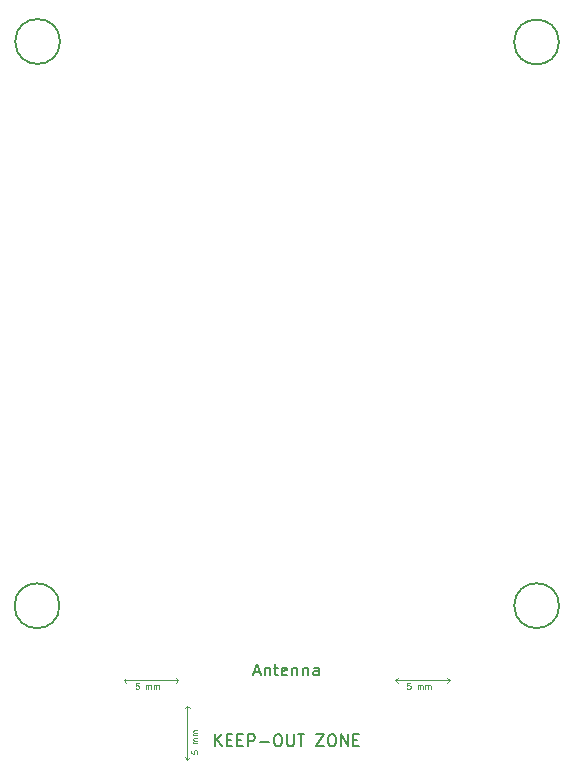
<source format=gbr>
%TF.GenerationSoftware,KiCad,Pcbnew,(5.1.10)-1*%
%TF.CreationDate,2021-07-02T09:23:45+02:00*%
%TF.ProjectId,clip,636c6970-2e6b-4696-9361-645f70636258,rev?*%
%TF.SameCoordinates,Original*%
%TF.FileFunction,Other,Comment*%
%FSLAX46Y46*%
G04 Gerber Fmt 4.6, Leading zero omitted, Abs format (unit mm)*
G04 Created by KiCad (PCBNEW (5.1.10)-1) date 2021-07-02 09:23:45*
%MOMM*%
%LPD*%
G01*
G04 APERTURE LIST*
%ADD10C,0.150000*%
%ADD11C,0.100000*%
G04 APERTURE END LIST*
D10*
%TO.C,H4*%
X129588340Y-123154440D02*
G75*
G03*
X129588340Y-123154440I-1900000J0D01*
G01*
%TO.C,H3*%
X171894580Y-123146820D02*
G75*
G03*
X171894580Y-123146820I-1900000J0D01*
G01*
%TO.C,H2*%
X171881880Y-75420220D02*
G75*
G03*
X171881880Y-75420220I-1900000J0D01*
G01*
%TO.C,H1*%
X129639140Y-75377040D02*
G75*
G03*
X129639140Y-75377040I-1900000J0D01*
G01*
D11*
%TO.C,U3*%
X140430000Y-136200000D02*
X140630000Y-136000000D01*
X140430000Y-131600000D02*
X140430000Y-136200000D01*
X140430000Y-136200000D02*
X140230000Y-136000000D01*
X140430000Y-131600000D02*
X140230000Y-131800000D01*
X140430000Y-131600000D02*
X140630000Y-131800000D01*
X158030000Y-129475000D02*
X158230000Y-129675000D01*
X162630000Y-129475000D02*
X158030000Y-129475000D01*
X158030000Y-129475000D02*
X158230000Y-129275000D01*
X162630000Y-129475000D02*
X162430000Y-129275000D01*
X162630000Y-129475000D02*
X162430000Y-129675000D01*
X139630000Y-129475000D02*
X139430000Y-129275000D01*
X139630000Y-129475000D02*
X139430000Y-129675000D01*
X135030000Y-129475000D02*
X135230000Y-129275000D01*
X135030000Y-129475000D02*
X135230000Y-129675000D01*
X139630000Y-129475000D02*
X135030000Y-129475000D01*
%TD*%
%TO.C,U3*%
D10*
X142758571Y-135052380D02*
X142758571Y-134052380D01*
X143330000Y-135052380D02*
X142901428Y-134480952D01*
X143330000Y-134052380D02*
X142758571Y-134623809D01*
X143758571Y-134528571D02*
X144091904Y-134528571D01*
X144234761Y-135052380D02*
X143758571Y-135052380D01*
X143758571Y-134052380D01*
X144234761Y-134052380D01*
X144663333Y-134528571D02*
X144996666Y-134528571D01*
X145139523Y-135052380D02*
X144663333Y-135052380D01*
X144663333Y-134052380D01*
X145139523Y-134052380D01*
X145568095Y-135052380D02*
X145568095Y-134052380D01*
X145949047Y-134052380D01*
X146044285Y-134100000D01*
X146091904Y-134147619D01*
X146139523Y-134242857D01*
X146139523Y-134385714D01*
X146091904Y-134480952D01*
X146044285Y-134528571D01*
X145949047Y-134576190D01*
X145568095Y-134576190D01*
X146568095Y-134671428D02*
X147330000Y-134671428D01*
X147996666Y-134052380D02*
X148187142Y-134052380D01*
X148282380Y-134100000D01*
X148377619Y-134195238D01*
X148425238Y-134385714D01*
X148425238Y-134719047D01*
X148377619Y-134909523D01*
X148282380Y-135004761D01*
X148187142Y-135052380D01*
X147996666Y-135052380D01*
X147901428Y-135004761D01*
X147806190Y-134909523D01*
X147758571Y-134719047D01*
X147758571Y-134385714D01*
X147806190Y-134195238D01*
X147901428Y-134100000D01*
X147996666Y-134052380D01*
X148853809Y-134052380D02*
X148853809Y-134861904D01*
X148901428Y-134957142D01*
X148949047Y-135004761D01*
X149044285Y-135052380D01*
X149234761Y-135052380D01*
X149330000Y-135004761D01*
X149377619Y-134957142D01*
X149425238Y-134861904D01*
X149425238Y-134052380D01*
X149758571Y-134052380D02*
X150330000Y-134052380D01*
X150044285Y-135052380D02*
X150044285Y-134052380D01*
X151330000Y-134052380D02*
X151996666Y-134052380D01*
X151330000Y-135052380D01*
X151996666Y-135052380D01*
X152568095Y-134052380D02*
X152758571Y-134052380D01*
X152853809Y-134100000D01*
X152949047Y-134195238D01*
X152996666Y-134385714D01*
X152996666Y-134719047D01*
X152949047Y-134909523D01*
X152853809Y-135004761D01*
X152758571Y-135052380D01*
X152568095Y-135052380D01*
X152472857Y-135004761D01*
X152377619Y-134909523D01*
X152330000Y-134719047D01*
X152330000Y-134385714D01*
X152377619Y-134195238D01*
X152472857Y-134100000D01*
X152568095Y-134052380D01*
X153425238Y-135052380D02*
X153425238Y-134052380D01*
X153996666Y-135052380D01*
X153996666Y-134052380D01*
X154472857Y-134528571D02*
X154806190Y-134528571D01*
X154949047Y-135052380D02*
X154472857Y-135052380D01*
X154472857Y-134052380D01*
X154949047Y-134052380D01*
X146068095Y-128766666D02*
X146544285Y-128766666D01*
X145972857Y-129052380D02*
X146306190Y-128052380D01*
X146639523Y-129052380D01*
X146972857Y-128385714D02*
X146972857Y-129052380D01*
X146972857Y-128480952D02*
X147020476Y-128433333D01*
X147115714Y-128385714D01*
X147258571Y-128385714D01*
X147353809Y-128433333D01*
X147401428Y-128528571D01*
X147401428Y-129052380D01*
X147734761Y-128385714D02*
X148115714Y-128385714D01*
X147877619Y-128052380D02*
X147877619Y-128909523D01*
X147925238Y-129004761D01*
X148020476Y-129052380D01*
X148115714Y-129052380D01*
X148830000Y-129004761D02*
X148734761Y-129052380D01*
X148544285Y-129052380D01*
X148449047Y-129004761D01*
X148401428Y-128909523D01*
X148401428Y-128528571D01*
X148449047Y-128433333D01*
X148544285Y-128385714D01*
X148734761Y-128385714D01*
X148830000Y-128433333D01*
X148877619Y-128528571D01*
X148877619Y-128623809D01*
X148401428Y-128719047D01*
X149306190Y-128385714D02*
X149306190Y-129052380D01*
X149306190Y-128480952D02*
X149353809Y-128433333D01*
X149449047Y-128385714D01*
X149591904Y-128385714D01*
X149687142Y-128433333D01*
X149734761Y-128528571D01*
X149734761Y-129052380D01*
X150210952Y-128385714D02*
X150210952Y-129052380D01*
X150210952Y-128480952D02*
X150258571Y-128433333D01*
X150353809Y-128385714D01*
X150496666Y-128385714D01*
X150591904Y-128433333D01*
X150639523Y-128528571D01*
X150639523Y-129052380D01*
X151544285Y-129052380D02*
X151544285Y-128528571D01*
X151496666Y-128433333D01*
X151401428Y-128385714D01*
X151210952Y-128385714D01*
X151115714Y-128433333D01*
X151544285Y-129004761D02*
X151449047Y-129052380D01*
X151210952Y-129052380D01*
X151115714Y-129004761D01*
X151068095Y-128909523D01*
X151068095Y-128814285D01*
X151115714Y-128719047D01*
X151210952Y-128671428D01*
X151449047Y-128671428D01*
X151544285Y-128623809D01*
D11*
X136291904Y-129701190D02*
X136053809Y-129701190D01*
X136030000Y-129939285D01*
X136053809Y-129915476D01*
X136101428Y-129891666D01*
X136220476Y-129891666D01*
X136268095Y-129915476D01*
X136291904Y-129939285D01*
X136315714Y-129986904D01*
X136315714Y-130105952D01*
X136291904Y-130153571D01*
X136268095Y-130177380D01*
X136220476Y-130201190D01*
X136101428Y-130201190D01*
X136053809Y-130177380D01*
X136030000Y-130153571D01*
X136910952Y-130201190D02*
X136910952Y-129867857D01*
X136910952Y-129915476D02*
X136934761Y-129891666D01*
X136982380Y-129867857D01*
X137053809Y-129867857D01*
X137101428Y-129891666D01*
X137125238Y-129939285D01*
X137125238Y-130201190D01*
X137125238Y-129939285D02*
X137149047Y-129891666D01*
X137196666Y-129867857D01*
X137268095Y-129867857D01*
X137315714Y-129891666D01*
X137339523Y-129939285D01*
X137339523Y-130201190D01*
X137577619Y-130201190D02*
X137577619Y-129867857D01*
X137577619Y-129915476D02*
X137601428Y-129891666D01*
X137649047Y-129867857D01*
X137720476Y-129867857D01*
X137768095Y-129891666D01*
X137791904Y-129939285D01*
X137791904Y-130201190D01*
X137791904Y-129939285D02*
X137815714Y-129891666D01*
X137863333Y-129867857D01*
X137934761Y-129867857D01*
X137982380Y-129891666D01*
X138006190Y-129939285D01*
X138006190Y-130201190D01*
X159291904Y-129701190D02*
X159053809Y-129701190D01*
X159030000Y-129939285D01*
X159053809Y-129915476D01*
X159101428Y-129891666D01*
X159220476Y-129891666D01*
X159268095Y-129915476D01*
X159291904Y-129939285D01*
X159315714Y-129986904D01*
X159315714Y-130105952D01*
X159291904Y-130153571D01*
X159268095Y-130177380D01*
X159220476Y-130201190D01*
X159101428Y-130201190D01*
X159053809Y-130177380D01*
X159030000Y-130153571D01*
X159910952Y-130201190D02*
X159910952Y-129867857D01*
X159910952Y-129915476D02*
X159934761Y-129891666D01*
X159982380Y-129867857D01*
X160053809Y-129867857D01*
X160101428Y-129891666D01*
X160125238Y-129939285D01*
X160125238Y-130201190D01*
X160125238Y-129939285D02*
X160149047Y-129891666D01*
X160196666Y-129867857D01*
X160268095Y-129867857D01*
X160315714Y-129891666D01*
X160339523Y-129939285D01*
X160339523Y-130201190D01*
X160577619Y-130201190D02*
X160577619Y-129867857D01*
X160577619Y-129915476D02*
X160601428Y-129891666D01*
X160649047Y-129867857D01*
X160720476Y-129867857D01*
X160768095Y-129891666D01*
X160791904Y-129939285D01*
X160791904Y-130201190D01*
X160791904Y-129939285D02*
X160815714Y-129891666D01*
X160863333Y-129867857D01*
X160934761Y-129867857D01*
X160982380Y-129891666D01*
X161006190Y-129939285D01*
X161006190Y-130201190D01*
X140756190Y-135413095D02*
X140756190Y-135651190D01*
X140994285Y-135675000D01*
X140970476Y-135651190D01*
X140946666Y-135603571D01*
X140946666Y-135484523D01*
X140970476Y-135436904D01*
X140994285Y-135413095D01*
X141041904Y-135389285D01*
X141160952Y-135389285D01*
X141208571Y-135413095D01*
X141232380Y-135436904D01*
X141256190Y-135484523D01*
X141256190Y-135603571D01*
X141232380Y-135651190D01*
X141208571Y-135675000D01*
X141256190Y-134794047D02*
X140922857Y-134794047D01*
X140970476Y-134794047D02*
X140946666Y-134770238D01*
X140922857Y-134722619D01*
X140922857Y-134651190D01*
X140946666Y-134603571D01*
X140994285Y-134579761D01*
X141256190Y-134579761D01*
X140994285Y-134579761D02*
X140946666Y-134555952D01*
X140922857Y-134508333D01*
X140922857Y-134436904D01*
X140946666Y-134389285D01*
X140994285Y-134365476D01*
X141256190Y-134365476D01*
X141256190Y-134127380D02*
X140922857Y-134127380D01*
X140970476Y-134127380D02*
X140946666Y-134103571D01*
X140922857Y-134055952D01*
X140922857Y-133984523D01*
X140946666Y-133936904D01*
X140994285Y-133913095D01*
X141256190Y-133913095D01*
X140994285Y-133913095D02*
X140946666Y-133889285D01*
X140922857Y-133841666D01*
X140922857Y-133770238D01*
X140946666Y-133722619D01*
X140994285Y-133698809D01*
X141256190Y-133698809D01*
%TD*%
M02*

</source>
